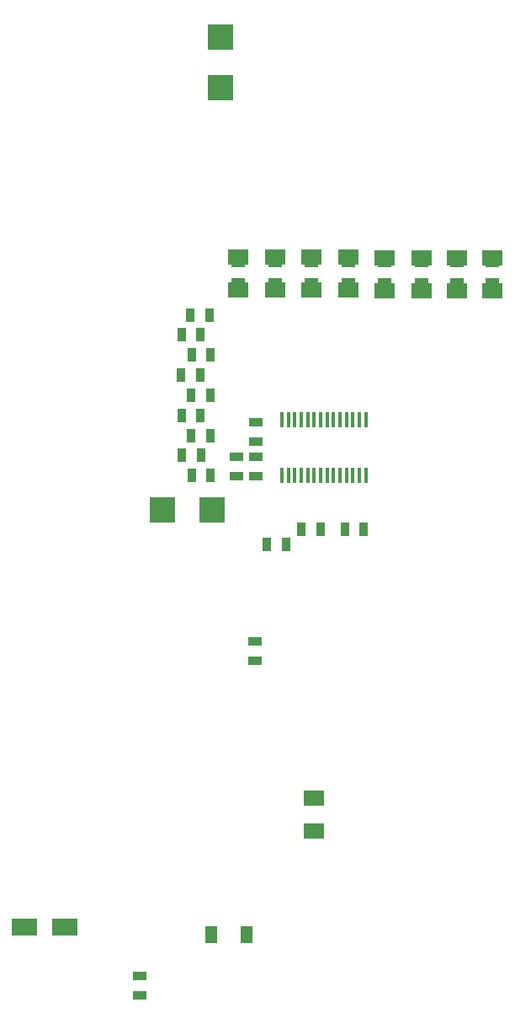
<source format=gbr>
%TF.GenerationSoftware,KiCad,Pcbnew,7.0.7-7.0.7~ubuntu23.04.1*%
%TF.CreationDate,2023-09-17T10:17:03+00:00*%
%TF.ProjectId,LED7SEG01,4c454437-5345-4473-9031-2e6b69636164,rev?*%
%TF.SameCoordinates,Original*%
%TF.FileFunction,Paste,Bot*%
%TF.FilePolarity,Positive*%
%FSLAX46Y46*%
G04 Gerber Fmt 4.6, Leading zero omitted, Abs format (unit mm)*
G04 Created by KiCad (PCBNEW 7.0.7-7.0.7~ubuntu23.04.1) date 2023-09-17 10:17:03*
%MOMM*%
%LPD*%
G01*
G04 APERTURE LIST*
%ADD10R,1.397000X0.889000*%
%ADD11R,2.550160X2.499360*%
%ADD12R,2.499360X2.550160*%
%ADD13R,1.300480X1.699260*%
%ADD14R,2.499360X1.800860*%
%ADD15R,0.889000X1.397000*%
%ADD16R,0.450000X1.600000*%
%ADD17R,2.032000X1.524000*%
G04 APERTURE END LIST*
D10*
%TO.C,C1*%
X33985200Y56146700D03*
X33985200Y58051700D03*
%TD*%
D11*
%TO.C,C2*%
X31567120Y52730400D03*
X26517600Y52730400D03*
%TD*%
D12*
%TO.C,C3*%
X32359600Y95163640D03*
X32359600Y100213160D03*
%TD*%
D10*
%TO.C,C4*%
X35966400Y56146700D03*
X35966400Y58051700D03*
%TD*%
D13*
%TO.C,D1*%
X31473140Y10058400D03*
X34973260Y10058400D03*
%TD*%
D14*
%TO.C,D2*%
X12682220Y10820400D03*
X16680180Y10820400D03*
%TD*%
D15*
%TO.C,R1*%
X30378400Y62230000D03*
X28473400Y62230000D03*
%TD*%
%TO.C,R2*%
X30327600Y66294000D03*
X28422600Y66294000D03*
%TD*%
%TO.C,R3*%
X30365700Y70307200D03*
X28460700Y70307200D03*
%TD*%
%TO.C,R4*%
X38950900Y49225200D03*
X37045900Y49225200D03*
%TD*%
%TO.C,R5*%
X44881800Y50800000D03*
X46786800Y50800000D03*
%TD*%
%TO.C,R6*%
X40551100Y50749200D03*
X42456100Y50749200D03*
%TD*%
D10*
%TO.C,R7*%
X34137600Y77520800D03*
X34137600Y75615800D03*
%TD*%
%TO.C,R8*%
X37896800Y77508100D03*
X37896800Y75603100D03*
%TD*%
%TO.C,R9*%
X41554400Y77508100D03*
X41554400Y75603100D03*
%TD*%
%TO.C,R10*%
X52628800Y77508100D03*
X52628800Y75603100D03*
%TD*%
%TO.C,R11*%
X45262800Y77508100D03*
X45262800Y75603100D03*
%TD*%
%TO.C,R12*%
X56134000Y77508100D03*
X56134000Y75603100D03*
%TD*%
%TO.C,R13*%
X48920400Y77508100D03*
X48920400Y75603100D03*
%TD*%
%TO.C,R14*%
X59740800Y77508100D03*
X59740800Y75603100D03*
%TD*%
D16*
%TO.C,U1*%
X38549580Y61828680D03*
X39199820Y61828680D03*
X39850060Y61828680D03*
X40500300Y61828680D03*
X41150540Y61828680D03*
X41800780Y61828680D03*
X42451020Y61828680D03*
X43096180Y61828680D03*
X43746420Y61828680D03*
X44396660Y61828680D03*
X45046900Y61828680D03*
X45697140Y61828680D03*
X46347380Y61828680D03*
X46997620Y61828680D03*
X46997620Y56230520D03*
X46347380Y56230520D03*
X45697140Y56230520D03*
X45046900Y56230520D03*
X44396660Y56230520D03*
X43746420Y56230520D03*
X43096180Y56230520D03*
X42451020Y56230520D03*
X41800780Y56230520D03*
X41150540Y56230520D03*
X40500300Y56230520D03*
X39850060Y56230520D03*
X39199820Y56230520D03*
X38549580Y56230520D03*
%TD*%
D10*
%TO.C,R23*%
X35864800Y39509700D03*
X35864800Y37604700D03*
%TD*%
D15*
%TO.C,R25*%
X29425900Y64262000D03*
X31330900Y64262000D03*
%TD*%
%TO.C,R26*%
X29476700Y68326000D03*
X31381700Y68326000D03*
%TD*%
%TO.C,R27*%
X29375100Y72288400D03*
X31280100Y72288400D03*
%TD*%
%TO.C,R28*%
X29425900Y60198000D03*
X31330900Y60198000D03*
%TD*%
%TO.C,R29*%
X30416500Y58216800D03*
X28511500Y58216800D03*
%TD*%
%TO.C,R30*%
X29476700Y56184800D03*
X31381700Y56184800D03*
%TD*%
D10*
%TO.C,R31*%
X35966400Y61506100D03*
X35966400Y59601100D03*
%TD*%
%TO.C,R32*%
X24231600Y5880100D03*
X24231600Y3975100D03*
%TD*%
D17*
%TO.C,R15*%
X34137600Y78155800D03*
X34137600Y74853800D03*
%TD*%
%TO.C,R16*%
X37896800Y78155800D03*
X37896800Y74853800D03*
%TD*%
%TO.C,R17*%
X41554400Y78155800D03*
X41554400Y74853800D03*
%TD*%
%TO.C,R18*%
X52628800Y78054200D03*
X52628800Y74752200D03*
%TD*%
%TO.C,R19*%
X45262800Y78155800D03*
X45262800Y74853800D03*
%TD*%
%TO.C,R20*%
X56134000Y78054200D03*
X56134000Y74752200D03*
%TD*%
%TO.C,R21*%
X48920400Y78054200D03*
X48920400Y74752200D03*
%TD*%
%TO.C,R22*%
X59740800Y78054200D03*
X59740800Y74752200D03*
%TD*%
%TO.C,R24*%
X41757600Y20447000D03*
X41757600Y23749000D03*
%TD*%
M02*

</source>
